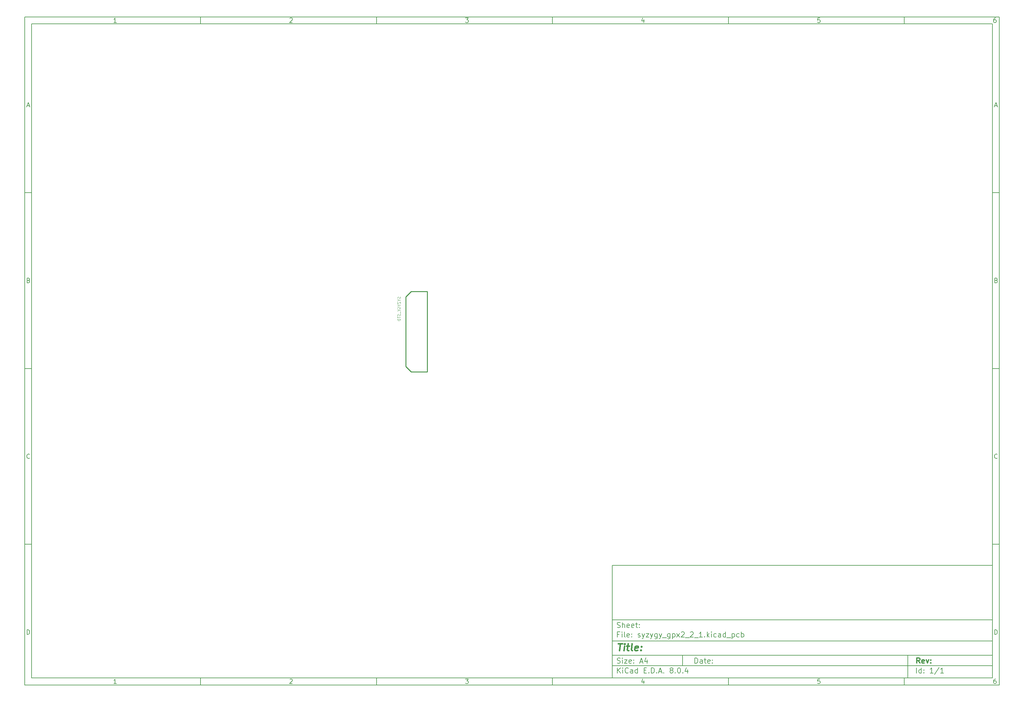
<source format=gbr>
%TF.GenerationSoftware,KiCad,Pcbnew,8.0.4*%
%TF.CreationDate,2025-07-14T14:52:46+02:00*%
%TF.ProjectId,syzygy_gpx2_2_1,73797a79-6779-45f6-9770-78325f325f31,rev?*%
%TF.SameCoordinates,Original*%
%TF.FileFunction,AssemblyDrawing,Bot*%
%FSLAX46Y46*%
G04 Gerber Fmt 4.6, Leading zero omitted, Abs format (unit mm)*
G04 Created by KiCad (PCBNEW 8.0.4) date 2025-07-14 14:52:46*
%MOMM*%
%LPD*%
G01*
G04 APERTURE LIST*
%ADD10C,0.100000*%
%ADD11C,0.150000*%
%ADD12C,0.300000*%
%ADD13C,0.400000*%
%ADD14C,0.015000*%
%ADD15C,0.254000*%
G04 APERTURE END LIST*
D10*
D11*
X177002200Y-166007200D02*
X285002200Y-166007200D01*
X285002200Y-198007200D01*
X177002200Y-198007200D01*
X177002200Y-166007200D01*
D10*
D11*
X10000000Y-10000000D02*
X287002200Y-10000000D01*
X287002200Y-200007200D01*
X10000000Y-200007200D01*
X10000000Y-10000000D01*
D10*
D11*
X12000000Y-12000000D02*
X285002200Y-12000000D01*
X285002200Y-198007200D01*
X12000000Y-198007200D01*
X12000000Y-12000000D01*
D10*
D11*
X60000000Y-12000000D02*
X60000000Y-10000000D01*
D10*
D11*
X110000000Y-12000000D02*
X110000000Y-10000000D01*
D10*
D11*
X160000000Y-12000000D02*
X160000000Y-10000000D01*
D10*
D11*
X210000000Y-12000000D02*
X210000000Y-10000000D01*
D10*
D11*
X260000000Y-12000000D02*
X260000000Y-10000000D01*
D10*
D11*
X36089160Y-11593604D02*
X35346303Y-11593604D01*
X35717731Y-11593604D02*
X35717731Y-10293604D01*
X35717731Y-10293604D02*
X35593922Y-10479319D01*
X35593922Y-10479319D02*
X35470112Y-10603128D01*
X35470112Y-10603128D02*
X35346303Y-10665033D01*
D10*
D11*
X85346303Y-10417414D02*
X85408207Y-10355509D01*
X85408207Y-10355509D02*
X85532017Y-10293604D01*
X85532017Y-10293604D02*
X85841541Y-10293604D01*
X85841541Y-10293604D02*
X85965350Y-10355509D01*
X85965350Y-10355509D02*
X86027255Y-10417414D01*
X86027255Y-10417414D02*
X86089160Y-10541223D01*
X86089160Y-10541223D02*
X86089160Y-10665033D01*
X86089160Y-10665033D02*
X86027255Y-10850747D01*
X86027255Y-10850747D02*
X85284398Y-11593604D01*
X85284398Y-11593604D02*
X86089160Y-11593604D01*
D10*
D11*
X135284398Y-10293604D02*
X136089160Y-10293604D01*
X136089160Y-10293604D02*
X135655826Y-10788842D01*
X135655826Y-10788842D02*
X135841541Y-10788842D01*
X135841541Y-10788842D02*
X135965350Y-10850747D01*
X135965350Y-10850747D02*
X136027255Y-10912652D01*
X136027255Y-10912652D02*
X136089160Y-11036461D01*
X136089160Y-11036461D02*
X136089160Y-11345985D01*
X136089160Y-11345985D02*
X136027255Y-11469795D01*
X136027255Y-11469795D02*
X135965350Y-11531700D01*
X135965350Y-11531700D02*
X135841541Y-11593604D01*
X135841541Y-11593604D02*
X135470112Y-11593604D01*
X135470112Y-11593604D02*
X135346303Y-11531700D01*
X135346303Y-11531700D02*
X135284398Y-11469795D01*
D10*
D11*
X185965350Y-10726938D02*
X185965350Y-11593604D01*
X185655826Y-10231700D02*
X185346303Y-11160271D01*
X185346303Y-11160271D02*
X186151064Y-11160271D01*
D10*
D11*
X236027255Y-10293604D02*
X235408207Y-10293604D01*
X235408207Y-10293604D02*
X235346303Y-10912652D01*
X235346303Y-10912652D02*
X235408207Y-10850747D01*
X235408207Y-10850747D02*
X235532017Y-10788842D01*
X235532017Y-10788842D02*
X235841541Y-10788842D01*
X235841541Y-10788842D02*
X235965350Y-10850747D01*
X235965350Y-10850747D02*
X236027255Y-10912652D01*
X236027255Y-10912652D02*
X236089160Y-11036461D01*
X236089160Y-11036461D02*
X236089160Y-11345985D01*
X236089160Y-11345985D02*
X236027255Y-11469795D01*
X236027255Y-11469795D02*
X235965350Y-11531700D01*
X235965350Y-11531700D02*
X235841541Y-11593604D01*
X235841541Y-11593604D02*
X235532017Y-11593604D01*
X235532017Y-11593604D02*
X235408207Y-11531700D01*
X235408207Y-11531700D02*
X235346303Y-11469795D01*
D10*
D11*
X285965350Y-10293604D02*
X285717731Y-10293604D01*
X285717731Y-10293604D02*
X285593922Y-10355509D01*
X285593922Y-10355509D02*
X285532017Y-10417414D01*
X285532017Y-10417414D02*
X285408207Y-10603128D01*
X285408207Y-10603128D02*
X285346303Y-10850747D01*
X285346303Y-10850747D02*
X285346303Y-11345985D01*
X285346303Y-11345985D02*
X285408207Y-11469795D01*
X285408207Y-11469795D02*
X285470112Y-11531700D01*
X285470112Y-11531700D02*
X285593922Y-11593604D01*
X285593922Y-11593604D02*
X285841541Y-11593604D01*
X285841541Y-11593604D02*
X285965350Y-11531700D01*
X285965350Y-11531700D02*
X286027255Y-11469795D01*
X286027255Y-11469795D02*
X286089160Y-11345985D01*
X286089160Y-11345985D02*
X286089160Y-11036461D01*
X286089160Y-11036461D02*
X286027255Y-10912652D01*
X286027255Y-10912652D02*
X285965350Y-10850747D01*
X285965350Y-10850747D02*
X285841541Y-10788842D01*
X285841541Y-10788842D02*
X285593922Y-10788842D01*
X285593922Y-10788842D02*
X285470112Y-10850747D01*
X285470112Y-10850747D02*
X285408207Y-10912652D01*
X285408207Y-10912652D02*
X285346303Y-11036461D01*
D10*
D11*
X60000000Y-198007200D02*
X60000000Y-200007200D01*
D10*
D11*
X110000000Y-198007200D02*
X110000000Y-200007200D01*
D10*
D11*
X160000000Y-198007200D02*
X160000000Y-200007200D01*
D10*
D11*
X210000000Y-198007200D02*
X210000000Y-200007200D01*
D10*
D11*
X260000000Y-198007200D02*
X260000000Y-200007200D01*
D10*
D11*
X36089160Y-199600804D02*
X35346303Y-199600804D01*
X35717731Y-199600804D02*
X35717731Y-198300804D01*
X35717731Y-198300804D02*
X35593922Y-198486519D01*
X35593922Y-198486519D02*
X35470112Y-198610328D01*
X35470112Y-198610328D02*
X35346303Y-198672233D01*
D10*
D11*
X85346303Y-198424614D02*
X85408207Y-198362709D01*
X85408207Y-198362709D02*
X85532017Y-198300804D01*
X85532017Y-198300804D02*
X85841541Y-198300804D01*
X85841541Y-198300804D02*
X85965350Y-198362709D01*
X85965350Y-198362709D02*
X86027255Y-198424614D01*
X86027255Y-198424614D02*
X86089160Y-198548423D01*
X86089160Y-198548423D02*
X86089160Y-198672233D01*
X86089160Y-198672233D02*
X86027255Y-198857947D01*
X86027255Y-198857947D02*
X85284398Y-199600804D01*
X85284398Y-199600804D02*
X86089160Y-199600804D01*
D10*
D11*
X135284398Y-198300804D02*
X136089160Y-198300804D01*
X136089160Y-198300804D02*
X135655826Y-198796042D01*
X135655826Y-198796042D02*
X135841541Y-198796042D01*
X135841541Y-198796042D02*
X135965350Y-198857947D01*
X135965350Y-198857947D02*
X136027255Y-198919852D01*
X136027255Y-198919852D02*
X136089160Y-199043661D01*
X136089160Y-199043661D02*
X136089160Y-199353185D01*
X136089160Y-199353185D02*
X136027255Y-199476995D01*
X136027255Y-199476995D02*
X135965350Y-199538900D01*
X135965350Y-199538900D02*
X135841541Y-199600804D01*
X135841541Y-199600804D02*
X135470112Y-199600804D01*
X135470112Y-199600804D02*
X135346303Y-199538900D01*
X135346303Y-199538900D02*
X135284398Y-199476995D01*
D10*
D11*
X185965350Y-198734138D02*
X185965350Y-199600804D01*
X185655826Y-198238900D02*
X185346303Y-199167471D01*
X185346303Y-199167471D02*
X186151064Y-199167471D01*
D10*
D11*
X236027255Y-198300804D02*
X235408207Y-198300804D01*
X235408207Y-198300804D02*
X235346303Y-198919852D01*
X235346303Y-198919852D02*
X235408207Y-198857947D01*
X235408207Y-198857947D02*
X235532017Y-198796042D01*
X235532017Y-198796042D02*
X235841541Y-198796042D01*
X235841541Y-198796042D02*
X235965350Y-198857947D01*
X235965350Y-198857947D02*
X236027255Y-198919852D01*
X236027255Y-198919852D02*
X236089160Y-199043661D01*
X236089160Y-199043661D02*
X236089160Y-199353185D01*
X236089160Y-199353185D02*
X236027255Y-199476995D01*
X236027255Y-199476995D02*
X235965350Y-199538900D01*
X235965350Y-199538900D02*
X235841541Y-199600804D01*
X235841541Y-199600804D02*
X235532017Y-199600804D01*
X235532017Y-199600804D02*
X235408207Y-199538900D01*
X235408207Y-199538900D02*
X235346303Y-199476995D01*
D10*
D11*
X285965350Y-198300804D02*
X285717731Y-198300804D01*
X285717731Y-198300804D02*
X285593922Y-198362709D01*
X285593922Y-198362709D02*
X285532017Y-198424614D01*
X285532017Y-198424614D02*
X285408207Y-198610328D01*
X285408207Y-198610328D02*
X285346303Y-198857947D01*
X285346303Y-198857947D02*
X285346303Y-199353185D01*
X285346303Y-199353185D02*
X285408207Y-199476995D01*
X285408207Y-199476995D02*
X285470112Y-199538900D01*
X285470112Y-199538900D02*
X285593922Y-199600804D01*
X285593922Y-199600804D02*
X285841541Y-199600804D01*
X285841541Y-199600804D02*
X285965350Y-199538900D01*
X285965350Y-199538900D02*
X286027255Y-199476995D01*
X286027255Y-199476995D02*
X286089160Y-199353185D01*
X286089160Y-199353185D02*
X286089160Y-199043661D01*
X286089160Y-199043661D02*
X286027255Y-198919852D01*
X286027255Y-198919852D02*
X285965350Y-198857947D01*
X285965350Y-198857947D02*
X285841541Y-198796042D01*
X285841541Y-198796042D02*
X285593922Y-198796042D01*
X285593922Y-198796042D02*
X285470112Y-198857947D01*
X285470112Y-198857947D02*
X285408207Y-198919852D01*
X285408207Y-198919852D02*
X285346303Y-199043661D01*
D10*
D11*
X10000000Y-60000000D02*
X12000000Y-60000000D01*
D10*
D11*
X10000000Y-110000000D02*
X12000000Y-110000000D01*
D10*
D11*
X10000000Y-160000000D02*
X12000000Y-160000000D01*
D10*
D11*
X10690476Y-35222176D02*
X11309523Y-35222176D01*
X10566666Y-35593604D02*
X10999999Y-34293604D01*
X10999999Y-34293604D02*
X11433333Y-35593604D01*
D10*
D11*
X11092857Y-84912652D02*
X11278571Y-84974557D01*
X11278571Y-84974557D02*
X11340476Y-85036461D01*
X11340476Y-85036461D02*
X11402380Y-85160271D01*
X11402380Y-85160271D02*
X11402380Y-85345985D01*
X11402380Y-85345985D02*
X11340476Y-85469795D01*
X11340476Y-85469795D02*
X11278571Y-85531700D01*
X11278571Y-85531700D02*
X11154761Y-85593604D01*
X11154761Y-85593604D02*
X10659523Y-85593604D01*
X10659523Y-85593604D02*
X10659523Y-84293604D01*
X10659523Y-84293604D02*
X11092857Y-84293604D01*
X11092857Y-84293604D02*
X11216666Y-84355509D01*
X11216666Y-84355509D02*
X11278571Y-84417414D01*
X11278571Y-84417414D02*
X11340476Y-84541223D01*
X11340476Y-84541223D02*
X11340476Y-84665033D01*
X11340476Y-84665033D02*
X11278571Y-84788842D01*
X11278571Y-84788842D02*
X11216666Y-84850747D01*
X11216666Y-84850747D02*
X11092857Y-84912652D01*
X11092857Y-84912652D02*
X10659523Y-84912652D01*
D10*
D11*
X11402380Y-135469795D02*
X11340476Y-135531700D01*
X11340476Y-135531700D02*
X11154761Y-135593604D01*
X11154761Y-135593604D02*
X11030952Y-135593604D01*
X11030952Y-135593604D02*
X10845238Y-135531700D01*
X10845238Y-135531700D02*
X10721428Y-135407890D01*
X10721428Y-135407890D02*
X10659523Y-135284080D01*
X10659523Y-135284080D02*
X10597619Y-135036461D01*
X10597619Y-135036461D02*
X10597619Y-134850747D01*
X10597619Y-134850747D02*
X10659523Y-134603128D01*
X10659523Y-134603128D02*
X10721428Y-134479319D01*
X10721428Y-134479319D02*
X10845238Y-134355509D01*
X10845238Y-134355509D02*
X11030952Y-134293604D01*
X11030952Y-134293604D02*
X11154761Y-134293604D01*
X11154761Y-134293604D02*
X11340476Y-134355509D01*
X11340476Y-134355509D02*
X11402380Y-134417414D01*
D10*
D11*
X10659523Y-185593604D02*
X10659523Y-184293604D01*
X10659523Y-184293604D02*
X10969047Y-184293604D01*
X10969047Y-184293604D02*
X11154761Y-184355509D01*
X11154761Y-184355509D02*
X11278571Y-184479319D01*
X11278571Y-184479319D02*
X11340476Y-184603128D01*
X11340476Y-184603128D02*
X11402380Y-184850747D01*
X11402380Y-184850747D02*
X11402380Y-185036461D01*
X11402380Y-185036461D02*
X11340476Y-185284080D01*
X11340476Y-185284080D02*
X11278571Y-185407890D01*
X11278571Y-185407890D02*
X11154761Y-185531700D01*
X11154761Y-185531700D02*
X10969047Y-185593604D01*
X10969047Y-185593604D02*
X10659523Y-185593604D01*
D10*
D11*
X287002200Y-60000000D02*
X285002200Y-60000000D01*
D10*
D11*
X287002200Y-110000000D02*
X285002200Y-110000000D01*
D10*
D11*
X287002200Y-160000000D02*
X285002200Y-160000000D01*
D10*
D11*
X285692676Y-35222176D02*
X286311723Y-35222176D01*
X285568866Y-35593604D02*
X286002199Y-34293604D01*
X286002199Y-34293604D02*
X286435533Y-35593604D01*
D10*
D11*
X286095057Y-84912652D02*
X286280771Y-84974557D01*
X286280771Y-84974557D02*
X286342676Y-85036461D01*
X286342676Y-85036461D02*
X286404580Y-85160271D01*
X286404580Y-85160271D02*
X286404580Y-85345985D01*
X286404580Y-85345985D02*
X286342676Y-85469795D01*
X286342676Y-85469795D02*
X286280771Y-85531700D01*
X286280771Y-85531700D02*
X286156961Y-85593604D01*
X286156961Y-85593604D02*
X285661723Y-85593604D01*
X285661723Y-85593604D02*
X285661723Y-84293604D01*
X285661723Y-84293604D02*
X286095057Y-84293604D01*
X286095057Y-84293604D02*
X286218866Y-84355509D01*
X286218866Y-84355509D02*
X286280771Y-84417414D01*
X286280771Y-84417414D02*
X286342676Y-84541223D01*
X286342676Y-84541223D02*
X286342676Y-84665033D01*
X286342676Y-84665033D02*
X286280771Y-84788842D01*
X286280771Y-84788842D02*
X286218866Y-84850747D01*
X286218866Y-84850747D02*
X286095057Y-84912652D01*
X286095057Y-84912652D02*
X285661723Y-84912652D01*
D10*
D11*
X286404580Y-135469795D02*
X286342676Y-135531700D01*
X286342676Y-135531700D02*
X286156961Y-135593604D01*
X286156961Y-135593604D02*
X286033152Y-135593604D01*
X286033152Y-135593604D02*
X285847438Y-135531700D01*
X285847438Y-135531700D02*
X285723628Y-135407890D01*
X285723628Y-135407890D02*
X285661723Y-135284080D01*
X285661723Y-135284080D02*
X285599819Y-135036461D01*
X285599819Y-135036461D02*
X285599819Y-134850747D01*
X285599819Y-134850747D02*
X285661723Y-134603128D01*
X285661723Y-134603128D02*
X285723628Y-134479319D01*
X285723628Y-134479319D02*
X285847438Y-134355509D01*
X285847438Y-134355509D02*
X286033152Y-134293604D01*
X286033152Y-134293604D02*
X286156961Y-134293604D01*
X286156961Y-134293604D02*
X286342676Y-134355509D01*
X286342676Y-134355509D02*
X286404580Y-134417414D01*
D10*
D11*
X285661723Y-185593604D02*
X285661723Y-184293604D01*
X285661723Y-184293604D02*
X285971247Y-184293604D01*
X285971247Y-184293604D02*
X286156961Y-184355509D01*
X286156961Y-184355509D02*
X286280771Y-184479319D01*
X286280771Y-184479319D02*
X286342676Y-184603128D01*
X286342676Y-184603128D02*
X286404580Y-184850747D01*
X286404580Y-184850747D02*
X286404580Y-185036461D01*
X286404580Y-185036461D02*
X286342676Y-185284080D01*
X286342676Y-185284080D02*
X286280771Y-185407890D01*
X286280771Y-185407890D02*
X286156961Y-185531700D01*
X286156961Y-185531700D02*
X285971247Y-185593604D01*
X285971247Y-185593604D02*
X285661723Y-185593604D01*
D10*
D11*
X200458026Y-193793328D02*
X200458026Y-192293328D01*
X200458026Y-192293328D02*
X200815169Y-192293328D01*
X200815169Y-192293328D02*
X201029455Y-192364757D01*
X201029455Y-192364757D02*
X201172312Y-192507614D01*
X201172312Y-192507614D02*
X201243741Y-192650471D01*
X201243741Y-192650471D02*
X201315169Y-192936185D01*
X201315169Y-192936185D02*
X201315169Y-193150471D01*
X201315169Y-193150471D02*
X201243741Y-193436185D01*
X201243741Y-193436185D02*
X201172312Y-193579042D01*
X201172312Y-193579042D02*
X201029455Y-193721900D01*
X201029455Y-193721900D02*
X200815169Y-193793328D01*
X200815169Y-193793328D02*
X200458026Y-193793328D01*
X202600884Y-193793328D02*
X202600884Y-193007614D01*
X202600884Y-193007614D02*
X202529455Y-192864757D01*
X202529455Y-192864757D02*
X202386598Y-192793328D01*
X202386598Y-192793328D02*
X202100884Y-192793328D01*
X202100884Y-192793328D02*
X201958026Y-192864757D01*
X202600884Y-193721900D02*
X202458026Y-193793328D01*
X202458026Y-193793328D02*
X202100884Y-193793328D01*
X202100884Y-193793328D02*
X201958026Y-193721900D01*
X201958026Y-193721900D02*
X201886598Y-193579042D01*
X201886598Y-193579042D02*
X201886598Y-193436185D01*
X201886598Y-193436185D02*
X201958026Y-193293328D01*
X201958026Y-193293328D02*
X202100884Y-193221900D01*
X202100884Y-193221900D02*
X202458026Y-193221900D01*
X202458026Y-193221900D02*
X202600884Y-193150471D01*
X203100884Y-192793328D02*
X203672312Y-192793328D01*
X203315169Y-192293328D02*
X203315169Y-193579042D01*
X203315169Y-193579042D02*
X203386598Y-193721900D01*
X203386598Y-193721900D02*
X203529455Y-193793328D01*
X203529455Y-193793328D02*
X203672312Y-193793328D01*
X204743741Y-193721900D02*
X204600884Y-193793328D01*
X204600884Y-193793328D02*
X204315170Y-193793328D01*
X204315170Y-193793328D02*
X204172312Y-193721900D01*
X204172312Y-193721900D02*
X204100884Y-193579042D01*
X204100884Y-193579042D02*
X204100884Y-193007614D01*
X204100884Y-193007614D02*
X204172312Y-192864757D01*
X204172312Y-192864757D02*
X204315170Y-192793328D01*
X204315170Y-192793328D02*
X204600884Y-192793328D01*
X204600884Y-192793328D02*
X204743741Y-192864757D01*
X204743741Y-192864757D02*
X204815170Y-193007614D01*
X204815170Y-193007614D02*
X204815170Y-193150471D01*
X204815170Y-193150471D02*
X204100884Y-193293328D01*
X205458026Y-193650471D02*
X205529455Y-193721900D01*
X205529455Y-193721900D02*
X205458026Y-193793328D01*
X205458026Y-193793328D02*
X205386598Y-193721900D01*
X205386598Y-193721900D02*
X205458026Y-193650471D01*
X205458026Y-193650471D02*
X205458026Y-193793328D01*
X205458026Y-192864757D02*
X205529455Y-192936185D01*
X205529455Y-192936185D02*
X205458026Y-193007614D01*
X205458026Y-193007614D02*
X205386598Y-192936185D01*
X205386598Y-192936185D02*
X205458026Y-192864757D01*
X205458026Y-192864757D02*
X205458026Y-193007614D01*
D10*
D11*
X177002200Y-194507200D02*
X285002200Y-194507200D01*
D10*
D11*
X178458026Y-196593328D02*
X178458026Y-195093328D01*
X179315169Y-196593328D02*
X178672312Y-195736185D01*
X179315169Y-195093328D02*
X178458026Y-195950471D01*
X179958026Y-196593328D02*
X179958026Y-195593328D01*
X179958026Y-195093328D02*
X179886598Y-195164757D01*
X179886598Y-195164757D02*
X179958026Y-195236185D01*
X179958026Y-195236185D02*
X180029455Y-195164757D01*
X180029455Y-195164757D02*
X179958026Y-195093328D01*
X179958026Y-195093328D02*
X179958026Y-195236185D01*
X181529455Y-196450471D02*
X181458027Y-196521900D01*
X181458027Y-196521900D02*
X181243741Y-196593328D01*
X181243741Y-196593328D02*
X181100884Y-196593328D01*
X181100884Y-196593328D02*
X180886598Y-196521900D01*
X180886598Y-196521900D02*
X180743741Y-196379042D01*
X180743741Y-196379042D02*
X180672312Y-196236185D01*
X180672312Y-196236185D02*
X180600884Y-195950471D01*
X180600884Y-195950471D02*
X180600884Y-195736185D01*
X180600884Y-195736185D02*
X180672312Y-195450471D01*
X180672312Y-195450471D02*
X180743741Y-195307614D01*
X180743741Y-195307614D02*
X180886598Y-195164757D01*
X180886598Y-195164757D02*
X181100884Y-195093328D01*
X181100884Y-195093328D02*
X181243741Y-195093328D01*
X181243741Y-195093328D02*
X181458027Y-195164757D01*
X181458027Y-195164757D02*
X181529455Y-195236185D01*
X182815170Y-196593328D02*
X182815170Y-195807614D01*
X182815170Y-195807614D02*
X182743741Y-195664757D01*
X182743741Y-195664757D02*
X182600884Y-195593328D01*
X182600884Y-195593328D02*
X182315170Y-195593328D01*
X182315170Y-195593328D02*
X182172312Y-195664757D01*
X182815170Y-196521900D02*
X182672312Y-196593328D01*
X182672312Y-196593328D02*
X182315170Y-196593328D01*
X182315170Y-196593328D02*
X182172312Y-196521900D01*
X182172312Y-196521900D02*
X182100884Y-196379042D01*
X182100884Y-196379042D02*
X182100884Y-196236185D01*
X182100884Y-196236185D02*
X182172312Y-196093328D01*
X182172312Y-196093328D02*
X182315170Y-196021900D01*
X182315170Y-196021900D02*
X182672312Y-196021900D01*
X182672312Y-196021900D02*
X182815170Y-195950471D01*
X184172313Y-196593328D02*
X184172313Y-195093328D01*
X184172313Y-196521900D02*
X184029455Y-196593328D01*
X184029455Y-196593328D02*
X183743741Y-196593328D01*
X183743741Y-196593328D02*
X183600884Y-196521900D01*
X183600884Y-196521900D02*
X183529455Y-196450471D01*
X183529455Y-196450471D02*
X183458027Y-196307614D01*
X183458027Y-196307614D02*
X183458027Y-195879042D01*
X183458027Y-195879042D02*
X183529455Y-195736185D01*
X183529455Y-195736185D02*
X183600884Y-195664757D01*
X183600884Y-195664757D02*
X183743741Y-195593328D01*
X183743741Y-195593328D02*
X184029455Y-195593328D01*
X184029455Y-195593328D02*
X184172313Y-195664757D01*
X186029455Y-195807614D02*
X186529455Y-195807614D01*
X186743741Y-196593328D02*
X186029455Y-196593328D01*
X186029455Y-196593328D02*
X186029455Y-195093328D01*
X186029455Y-195093328D02*
X186743741Y-195093328D01*
X187386598Y-196450471D02*
X187458027Y-196521900D01*
X187458027Y-196521900D02*
X187386598Y-196593328D01*
X187386598Y-196593328D02*
X187315170Y-196521900D01*
X187315170Y-196521900D02*
X187386598Y-196450471D01*
X187386598Y-196450471D02*
X187386598Y-196593328D01*
X188100884Y-196593328D02*
X188100884Y-195093328D01*
X188100884Y-195093328D02*
X188458027Y-195093328D01*
X188458027Y-195093328D02*
X188672313Y-195164757D01*
X188672313Y-195164757D02*
X188815170Y-195307614D01*
X188815170Y-195307614D02*
X188886599Y-195450471D01*
X188886599Y-195450471D02*
X188958027Y-195736185D01*
X188958027Y-195736185D02*
X188958027Y-195950471D01*
X188958027Y-195950471D02*
X188886599Y-196236185D01*
X188886599Y-196236185D02*
X188815170Y-196379042D01*
X188815170Y-196379042D02*
X188672313Y-196521900D01*
X188672313Y-196521900D02*
X188458027Y-196593328D01*
X188458027Y-196593328D02*
X188100884Y-196593328D01*
X189600884Y-196450471D02*
X189672313Y-196521900D01*
X189672313Y-196521900D02*
X189600884Y-196593328D01*
X189600884Y-196593328D02*
X189529456Y-196521900D01*
X189529456Y-196521900D02*
X189600884Y-196450471D01*
X189600884Y-196450471D02*
X189600884Y-196593328D01*
X190243742Y-196164757D02*
X190958028Y-196164757D01*
X190100885Y-196593328D02*
X190600885Y-195093328D01*
X190600885Y-195093328D02*
X191100885Y-196593328D01*
X191600884Y-196450471D02*
X191672313Y-196521900D01*
X191672313Y-196521900D02*
X191600884Y-196593328D01*
X191600884Y-196593328D02*
X191529456Y-196521900D01*
X191529456Y-196521900D02*
X191600884Y-196450471D01*
X191600884Y-196450471D02*
X191600884Y-196593328D01*
X193672313Y-195736185D02*
X193529456Y-195664757D01*
X193529456Y-195664757D02*
X193458027Y-195593328D01*
X193458027Y-195593328D02*
X193386599Y-195450471D01*
X193386599Y-195450471D02*
X193386599Y-195379042D01*
X193386599Y-195379042D02*
X193458027Y-195236185D01*
X193458027Y-195236185D02*
X193529456Y-195164757D01*
X193529456Y-195164757D02*
X193672313Y-195093328D01*
X193672313Y-195093328D02*
X193958027Y-195093328D01*
X193958027Y-195093328D02*
X194100885Y-195164757D01*
X194100885Y-195164757D02*
X194172313Y-195236185D01*
X194172313Y-195236185D02*
X194243742Y-195379042D01*
X194243742Y-195379042D02*
X194243742Y-195450471D01*
X194243742Y-195450471D02*
X194172313Y-195593328D01*
X194172313Y-195593328D02*
X194100885Y-195664757D01*
X194100885Y-195664757D02*
X193958027Y-195736185D01*
X193958027Y-195736185D02*
X193672313Y-195736185D01*
X193672313Y-195736185D02*
X193529456Y-195807614D01*
X193529456Y-195807614D02*
X193458027Y-195879042D01*
X193458027Y-195879042D02*
X193386599Y-196021900D01*
X193386599Y-196021900D02*
X193386599Y-196307614D01*
X193386599Y-196307614D02*
X193458027Y-196450471D01*
X193458027Y-196450471D02*
X193529456Y-196521900D01*
X193529456Y-196521900D02*
X193672313Y-196593328D01*
X193672313Y-196593328D02*
X193958027Y-196593328D01*
X193958027Y-196593328D02*
X194100885Y-196521900D01*
X194100885Y-196521900D02*
X194172313Y-196450471D01*
X194172313Y-196450471D02*
X194243742Y-196307614D01*
X194243742Y-196307614D02*
X194243742Y-196021900D01*
X194243742Y-196021900D02*
X194172313Y-195879042D01*
X194172313Y-195879042D02*
X194100885Y-195807614D01*
X194100885Y-195807614D02*
X193958027Y-195736185D01*
X194886598Y-196450471D02*
X194958027Y-196521900D01*
X194958027Y-196521900D02*
X194886598Y-196593328D01*
X194886598Y-196593328D02*
X194815170Y-196521900D01*
X194815170Y-196521900D02*
X194886598Y-196450471D01*
X194886598Y-196450471D02*
X194886598Y-196593328D01*
X195886599Y-195093328D02*
X196029456Y-195093328D01*
X196029456Y-195093328D02*
X196172313Y-195164757D01*
X196172313Y-195164757D02*
X196243742Y-195236185D01*
X196243742Y-195236185D02*
X196315170Y-195379042D01*
X196315170Y-195379042D02*
X196386599Y-195664757D01*
X196386599Y-195664757D02*
X196386599Y-196021900D01*
X196386599Y-196021900D02*
X196315170Y-196307614D01*
X196315170Y-196307614D02*
X196243742Y-196450471D01*
X196243742Y-196450471D02*
X196172313Y-196521900D01*
X196172313Y-196521900D02*
X196029456Y-196593328D01*
X196029456Y-196593328D02*
X195886599Y-196593328D01*
X195886599Y-196593328D02*
X195743742Y-196521900D01*
X195743742Y-196521900D02*
X195672313Y-196450471D01*
X195672313Y-196450471D02*
X195600884Y-196307614D01*
X195600884Y-196307614D02*
X195529456Y-196021900D01*
X195529456Y-196021900D02*
X195529456Y-195664757D01*
X195529456Y-195664757D02*
X195600884Y-195379042D01*
X195600884Y-195379042D02*
X195672313Y-195236185D01*
X195672313Y-195236185D02*
X195743742Y-195164757D01*
X195743742Y-195164757D02*
X195886599Y-195093328D01*
X197029455Y-196450471D02*
X197100884Y-196521900D01*
X197100884Y-196521900D02*
X197029455Y-196593328D01*
X197029455Y-196593328D02*
X196958027Y-196521900D01*
X196958027Y-196521900D02*
X197029455Y-196450471D01*
X197029455Y-196450471D02*
X197029455Y-196593328D01*
X198386599Y-195593328D02*
X198386599Y-196593328D01*
X198029456Y-195021900D02*
X197672313Y-196093328D01*
X197672313Y-196093328D02*
X198600884Y-196093328D01*
D10*
D11*
X177002200Y-191507200D02*
X285002200Y-191507200D01*
D10*
D12*
X264413853Y-193785528D02*
X263913853Y-193071242D01*
X263556710Y-193785528D02*
X263556710Y-192285528D01*
X263556710Y-192285528D02*
X264128139Y-192285528D01*
X264128139Y-192285528D02*
X264270996Y-192356957D01*
X264270996Y-192356957D02*
X264342425Y-192428385D01*
X264342425Y-192428385D02*
X264413853Y-192571242D01*
X264413853Y-192571242D02*
X264413853Y-192785528D01*
X264413853Y-192785528D02*
X264342425Y-192928385D01*
X264342425Y-192928385D02*
X264270996Y-192999814D01*
X264270996Y-192999814D02*
X264128139Y-193071242D01*
X264128139Y-193071242D02*
X263556710Y-193071242D01*
X265628139Y-193714100D02*
X265485282Y-193785528D01*
X265485282Y-193785528D02*
X265199568Y-193785528D01*
X265199568Y-193785528D02*
X265056710Y-193714100D01*
X265056710Y-193714100D02*
X264985282Y-193571242D01*
X264985282Y-193571242D02*
X264985282Y-192999814D01*
X264985282Y-192999814D02*
X265056710Y-192856957D01*
X265056710Y-192856957D02*
X265199568Y-192785528D01*
X265199568Y-192785528D02*
X265485282Y-192785528D01*
X265485282Y-192785528D02*
X265628139Y-192856957D01*
X265628139Y-192856957D02*
X265699568Y-192999814D01*
X265699568Y-192999814D02*
X265699568Y-193142671D01*
X265699568Y-193142671D02*
X264985282Y-193285528D01*
X266199567Y-192785528D02*
X266556710Y-193785528D01*
X266556710Y-193785528D02*
X266913853Y-192785528D01*
X267485281Y-193642671D02*
X267556710Y-193714100D01*
X267556710Y-193714100D02*
X267485281Y-193785528D01*
X267485281Y-193785528D02*
X267413853Y-193714100D01*
X267413853Y-193714100D02*
X267485281Y-193642671D01*
X267485281Y-193642671D02*
X267485281Y-193785528D01*
X267485281Y-192856957D02*
X267556710Y-192928385D01*
X267556710Y-192928385D02*
X267485281Y-192999814D01*
X267485281Y-192999814D02*
X267413853Y-192928385D01*
X267413853Y-192928385D02*
X267485281Y-192856957D01*
X267485281Y-192856957D02*
X267485281Y-192999814D01*
D10*
D11*
X178386598Y-193721900D02*
X178600884Y-193793328D01*
X178600884Y-193793328D02*
X178958026Y-193793328D01*
X178958026Y-193793328D02*
X179100884Y-193721900D01*
X179100884Y-193721900D02*
X179172312Y-193650471D01*
X179172312Y-193650471D02*
X179243741Y-193507614D01*
X179243741Y-193507614D02*
X179243741Y-193364757D01*
X179243741Y-193364757D02*
X179172312Y-193221900D01*
X179172312Y-193221900D02*
X179100884Y-193150471D01*
X179100884Y-193150471D02*
X178958026Y-193079042D01*
X178958026Y-193079042D02*
X178672312Y-193007614D01*
X178672312Y-193007614D02*
X178529455Y-192936185D01*
X178529455Y-192936185D02*
X178458026Y-192864757D01*
X178458026Y-192864757D02*
X178386598Y-192721900D01*
X178386598Y-192721900D02*
X178386598Y-192579042D01*
X178386598Y-192579042D02*
X178458026Y-192436185D01*
X178458026Y-192436185D02*
X178529455Y-192364757D01*
X178529455Y-192364757D02*
X178672312Y-192293328D01*
X178672312Y-192293328D02*
X179029455Y-192293328D01*
X179029455Y-192293328D02*
X179243741Y-192364757D01*
X179886597Y-193793328D02*
X179886597Y-192793328D01*
X179886597Y-192293328D02*
X179815169Y-192364757D01*
X179815169Y-192364757D02*
X179886597Y-192436185D01*
X179886597Y-192436185D02*
X179958026Y-192364757D01*
X179958026Y-192364757D02*
X179886597Y-192293328D01*
X179886597Y-192293328D02*
X179886597Y-192436185D01*
X180458026Y-192793328D02*
X181243741Y-192793328D01*
X181243741Y-192793328D02*
X180458026Y-193793328D01*
X180458026Y-193793328D02*
X181243741Y-193793328D01*
X182386598Y-193721900D02*
X182243741Y-193793328D01*
X182243741Y-193793328D02*
X181958027Y-193793328D01*
X181958027Y-193793328D02*
X181815169Y-193721900D01*
X181815169Y-193721900D02*
X181743741Y-193579042D01*
X181743741Y-193579042D02*
X181743741Y-193007614D01*
X181743741Y-193007614D02*
X181815169Y-192864757D01*
X181815169Y-192864757D02*
X181958027Y-192793328D01*
X181958027Y-192793328D02*
X182243741Y-192793328D01*
X182243741Y-192793328D02*
X182386598Y-192864757D01*
X182386598Y-192864757D02*
X182458027Y-193007614D01*
X182458027Y-193007614D02*
X182458027Y-193150471D01*
X182458027Y-193150471D02*
X181743741Y-193293328D01*
X183100883Y-193650471D02*
X183172312Y-193721900D01*
X183172312Y-193721900D02*
X183100883Y-193793328D01*
X183100883Y-193793328D02*
X183029455Y-193721900D01*
X183029455Y-193721900D02*
X183100883Y-193650471D01*
X183100883Y-193650471D02*
X183100883Y-193793328D01*
X183100883Y-192864757D02*
X183172312Y-192936185D01*
X183172312Y-192936185D02*
X183100883Y-193007614D01*
X183100883Y-193007614D02*
X183029455Y-192936185D01*
X183029455Y-192936185D02*
X183100883Y-192864757D01*
X183100883Y-192864757D02*
X183100883Y-193007614D01*
X184886598Y-193364757D02*
X185600884Y-193364757D01*
X184743741Y-193793328D02*
X185243741Y-192293328D01*
X185243741Y-192293328D02*
X185743741Y-193793328D01*
X186886598Y-192793328D02*
X186886598Y-193793328D01*
X186529455Y-192221900D02*
X186172312Y-193293328D01*
X186172312Y-193293328D02*
X187100883Y-193293328D01*
D10*
D11*
X263458026Y-196593328D02*
X263458026Y-195093328D01*
X264815170Y-196593328D02*
X264815170Y-195093328D01*
X264815170Y-196521900D02*
X264672312Y-196593328D01*
X264672312Y-196593328D02*
X264386598Y-196593328D01*
X264386598Y-196593328D02*
X264243741Y-196521900D01*
X264243741Y-196521900D02*
X264172312Y-196450471D01*
X264172312Y-196450471D02*
X264100884Y-196307614D01*
X264100884Y-196307614D02*
X264100884Y-195879042D01*
X264100884Y-195879042D02*
X264172312Y-195736185D01*
X264172312Y-195736185D02*
X264243741Y-195664757D01*
X264243741Y-195664757D02*
X264386598Y-195593328D01*
X264386598Y-195593328D02*
X264672312Y-195593328D01*
X264672312Y-195593328D02*
X264815170Y-195664757D01*
X265529455Y-196450471D02*
X265600884Y-196521900D01*
X265600884Y-196521900D02*
X265529455Y-196593328D01*
X265529455Y-196593328D02*
X265458027Y-196521900D01*
X265458027Y-196521900D02*
X265529455Y-196450471D01*
X265529455Y-196450471D02*
X265529455Y-196593328D01*
X265529455Y-195664757D02*
X265600884Y-195736185D01*
X265600884Y-195736185D02*
X265529455Y-195807614D01*
X265529455Y-195807614D02*
X265458027Y-195736185D01*
X265458027Y-195736185D02*
X265529455Y-195664757D01*
X265529455Y-195664757D02*
X265529455Y-195807614D01*
X268172313Y-196593328D02*
X267315170Y-196593328D01*
X267743741Y-196593328D02*
X267743741Y-195093328D01*
X267743741Y-195093328D02*
X267600884Y-195307614D01*
X267600884Y-195307614D02*
X267458027Y-195450471D01*
X267458027Y-195450471D02*
X267315170Y-195521900D01*
X269886598Y-195021900D02*
X268600884Y-196950471D01*
X271172313Y-196593328D02*
X270315170Y-196593328D01*
X270743741Y-196593328D02*
X270743741Y-195093328D01*
X270743741Y-195093328D02*
X270600884Y-195307614D01*
X270600884Y-195307614D02*
X270458027Y-195450471D01*
X270458027Y-195450471D02*
X270315170Y-195521900D01*
D10*
D11*
X177002200Y-187507200D02*
X285002200Y-187507200D01*
D10*
D13*
X178693928Y-188211638D02*
X179836785Y-188211638D01*
X179015357Y-190211638D02*
X179265357Y-188211638D01*
X180253452Y-190211638D02*
X180420119Y-188878304D01*
X180503452Y-188211638D02*
X180396309Y-188306876D01*
X180396309Y-188306876D02*
X180479643Y-188402114D01*
X180479643Y-188402114D02*
X180586786Y-188306876D01*
X180586786Y-188306876D02*
X180503452Y-188211638D01*
X180503452Y-188211638D02*
X180479643Y-188402114D01*
X181086786Y-188878304D02*
X181848690Y-188878304D01*
X181455833Y-188211638D02*
X181241548Y-189925923D01*
X181241548Y-189925923D02*
X181312976Y-190116400D01*
X181312976Y-190116400D02*
X181491548Y-190211638D01*
X181491548Y-190211638D02*
X181682024Y-190211638D01*
X182634405Y-190211638D02*
X182455833Y-190116400D01*
X182455833Y-190116400D02*
X182384405Y-189925923D01*
X182384405Y-189925923D02*
X182598690Y-188211638D01*
X184170119Y-190116400D02*
X183967738Y-190211638D01*
X183967738Y-190211638D02*
X183586785Y-190211638D01*
X183586785Y-190211638D02*
X183408214Y-190116400D01*
X183408214Y-190116400D02*
X183336785Y-189925923D01*
X183336785Y-189925923D02*
X183432024Y-189164019D01*
X183432024Y-189164019D02*
X183551071Y-188973542D01*
X183551071Y-188973542D02*
X183753452Y-188878304D01*
X183753452Y-188878304D02*
X184134404Y-188878304D01*
X184134404Y-188878304D02*
X184312976Y-188973542D01*
X184312976Y-188973542D02*
X184384404Y-189164019D01*
X184384404Y-189164019D02*
X184360595Y-189354495D01*
X184360595Y-189354495D02*
X183384404Y-189544971D01*
X185134405Y-190021161D02*
X185217738Y-190116400D01*
X185217738Y-190116400D02*
X185110595Y-190211638D01*
X185110595Y-190211638D02*
X185027262Y-190116400D01*
X185027262Y-190116400D02*
X185134405Y-190021161D01*
X185134405Y-190021161D02*
X185110595Y-190211638D01*
X185265357Y-188973542D02*
X185348690Y-189068780D01*
X185348690Y-189068780D02*
X185241548Y-189164019D01*
X185241548Y-189164019D02*
X185158214Y-189068780D01*
X185158214Y-189068780D02*
X185265357Y-188973542D01*
X185265357Y-188973542D02*
X185241548Y-189164019D01*
D10*
D11*
X178958026Y-185607614D02*
X178458026Y-185607614D01*
X178458026Y-186393328D02*
X178458026Y-184893328D01*
X178458026Y-184893328D02*
X179172312Y-184893328D01*
X179743740Y-186393328D02*
X179743740Y-185393328D01*
X179743740Y-184893328D02*
X179672312Y-184964757D01*
X179672312Y-184964757D02*
X179743740Y-185036185D01*
X179743740Y-185036185D02*
X179815169Y-184964757D01*
X179815169Y-184964757D02*
X179743740Y-184893328D01*
X179743740Y-184893328D02*
X179743740Y-185036185D01*
X180672312Y-186393328D02*
X180529455Y-186321900D01*
X180529455Y-186321900D02*
X180458026Y-186179042D01*
X180458026Y-186179042D02*
X180458026Y-184893328D01*
X181815169Y-186321900D02*
X181672312Y-186393328D01*
X181672312Y-186393328D02*
X181386598Y-186393328D01*
X181386598Y-186393328D02*
X181243740Y-186321900D01*
X181243740Y-186321900D02*
X181172312Y-186179042D01*
X181172312Y-186179042D02*
X181172312Y-185607614D01*
X181172312Y-185607614D02*
X181243740Y-185464757D01*
X181243740Y-185464757D02*
X181386598Y-185393328D01*
X181386598Y-185393328D02*
X181672312Y-185393328D01*
X181672312Y-185393328D02*
X181815169Y-185464757D01*
X181815169Y-185464757D02*
X181886598Y-185607614D01*
X181886598Y-185607614D02*
X181886598Y-185750471D01*
X181886598Y-185750471D02*
X181172312Y-185893328D01*
X182529454Y-186250471D02*
X182600883Y-186321900D01*
X182600883Y-186321900D02*
X182529454Y-186393328D01*
X182529454Y-186393328D02*
X182458026Y-186321900D01*
X182458026Y-186321900D02*
X182529454Y-186250471D01*
X182529454Y-186250471D02*
X182529454Y-186393328D01*
X182529454Y-185464757D02*
X182600883Y-185536185D01*
X182600883Y-185536185D02*
X182529454Y-185607614D01*
X182529454Y-185607614D02*
X182458026Y-185536185D01*
X182458026Y-185536185D02*
X182529454Y-185464757D01*
X182529454Y-185464757D02*
X182529454Y-185607614D01*
X184315169Y-186321900D02*
X184458026Y-186393328D01*
X184458026Y-186393328D02*
X184743740Y-186393328D01*
X184743740Y-186393328D02*
X184886597Y-186321900D01*
X184886597Y-186321900D02*
X184958026Y-186179042D01*
X184958026Y-186179042D02*
X184958026Y-186107614D01*
X184958026Y-186107614D02*
X184886597Y-185964757D01*
X184886597Y-185964757D02*
X184743740Y-185893328D01*
X184743740Y-185893328D02*
X184529455Y-185893328D01*
X184529455Y-185893328D02*
X184386597Y-185821900D01*
X184386597Y-185821900D02*
X184315169Y-185679042D01*
X184315169Y-185679042D02*
X184315169Y-185607614D01*
X184315169Y-185607614D02*
X184386597Y-185464757D01*
X184386597Y-185464757D02*
X184529455Y-185393328D01*
X184529455Y-185393328D02*
X184743740Y-185393328D01*
X184743740Y-185393328D02*
X184886597Y-185464757D01*
X185458026Y-185393328D02*
X185815169Y-186393328D01*
X186172312Y-185393328D02*
X185815169Y-186393328D01*
X185815169Y-186393328D02*
X185672312Y-186750471D01*
X185672312Y-186750471D02*
X185600883Y-186821900D01*
X185600883Y-186821900D02*
X185458026Y-186893328D01*
X186600883Y-185393328D02*
X187386598Y-185393328D01*
X187386598Y-185393328D02*
X186600883Y-186393328D01*
X186600883Y-186393328D02*
X187386598Y-186393328D01*
X187815169Y-185393328D02*
X188172312Y-186393328D01*
X188529455Y-185393328D02*
X188172312Y-186393328D01*
X188172312Y-186393328D02*
X188029455Y-186750471D01*
X188029455Y-186750471D02*
X187958026Y-186821900D01*
X187958026Y-186821900D02*
X187815169Y-186893328D01*
X189743741Y-185393328D02*
X189743741Y-186607614D01*
X189743741Y-186607614D02*
X189672312Y-186750471D01*
X189672312Y-186750471D02*
X189600883Y-186821900D01*
X189600883Y-186821900D02*
X189458026Y-186893328D01*
X189458026Y-186893328D02*
X189243741Y-186893328D01*
X189243741Y-186893328D02*
X189100883Y-186821900D01*
X189743741Y-186321900D02*
X189600883Y-186393328D01*
X189600883Y-186393328D02*
X189315169Y-186393328D01*
X189315169Y-186393328D02*
X189172312Y-186321900D01*
X189172312Y-186321900D02*
X189100883Y-186250471D01*
X189100883Y-186250471D02*
X189029455Y-186107614D01*
X189029455Y-186107614D02*
X189029455Y-185679042D01*
X189029455Y-185679042D02*
X189100883Y-185536185D01*
X189100883Y-185536185D02*
X189172312Y-185464757D01*
X189172312Y-185464757D02*
X189315169Y-185393328D01*
X189315169Y-185393328D02*
X189600883Y-185393328D01*
X189600883Y-185393328D02*
X189743741Y-185464757D01*
X190315169Y-185393328D02*
X190672312Y-186393328D01*
X191029455Y-185393328D02*
X190672312Y-186393328D01*
X190672312Y-186393328D02*
X190529455Y-186750471D01*
X190529455Y-186750471D02*
X190458026Y-186821900D01*
X190458026Y-186821900D02*
X190315169Y-186893328D01*
X191243741Y-186536185D02*
X192386598Y-186536185D01*
X193386598Y-185393328D02*
X193386598Y-186607614D01*
X193386598Y-186607614D02*
X193315169Y-186750471D01*
X193315169Y-186750471D02*
X193243740Y-186821900D01*
X193243740Y-186821900D02*
X193100883Y-186893328D01*
X193100883Y-186893328D02*
X192886598Y-186893328D01*
X192886598Y-186893328D02*
X192743740Y-186821900D01*
X193386598Y-186321900D02*
X193243740Y-186393328D01*
X193243740Y-186393328D02*
X192958026Y-186393328D01*
X192958026Y-186393328D02*
X192815169Y-186321900D01*
X192815169Y-186321900D02*
X192743740Y-186250471D01*
X192743740Y-186250471D02*
X192672312Y-186107614D01*
X192672312Y-186107614D02*
X192672312Y-185679042D01*
X192672312Y-185679042D02*
X192743740Y-185536185D01*
X192743740Y-185536185D02*
X192815169Y-185464757D01*
X192815169Y-185464757D02*
X192958026Y-185393328D01*
X192958026Y-185393328D02*
X193243740Y-185393328D01*
X193243740Y-185393328D02*
X193386598Y-185464757D01*
X194100883Y-185393328D02*
X194100883Y-186893328D01*
X194100883Y-185464757D02*
X194243741Y-185393328D01*
X194243741Y-185393328D02*
X194529455Y-185393328D01*
X194529455Y-185393328D02*
X194672312Y-185464757D01*
X194672312Y-185464757D02*
X194743741Y-185536185D01*
X194743741Y-185536185D02*
X194815169Y-185679042D01*
X194815169Y-185679042D02*
X194815169Y-186107614D01*
X194815169Y-186107614D02*
X194743741Y-186250471D01*
X194743741Y-186250471D02*
X194672312Y-186321900D01*
X194672312Y-186321900D02*
X194529455Y-186393328D01*
X194529455Y-186393328D02*
X194243741Y-186393328D01*
X194243741Y-186393328D02*
X194100883Y-186321900D01*
X195315169Y-186393328D02*
X196100884Y-185393328D01*
X195315169Y-185393328D02*
X196100884Y-186393328D01*
X196600884Y-185036185D02*
X196672312Y-184964757D01*
X196672312Y-184964757D02*
X196815170Y-184893328D01*
X196815170Y-184893328D02*
X197172312Y-184893328D01*
X197172312Y-184893328D02*
X197315170Y-184964757D01*
X197315170Y-184964757D02*
X197386598Y-185036185D01*
X197386598Y-185036185D02*
X197458027Y-185179042D01*
X197458027Y-185179042D02*
X197458027Y-185321900D01*
X197458027Y-185321900D02*
X197386598Y-185536185D01*
X197386598Y-185536185D02*
X196529455Y-186393328D01*
X196529455Y-186393328D02*
X197458027Y-186393328D01*
X197743741Y-186536185D02*
X198886598Y-186536185D01*
X199172312Y-185036185D02*
X199243740Y-184964757D01*
X199243740Y-184964757D02*
X199386598Y-184893328D01*
X199386598Y-184893328D02*
X199743740Y-184893328D01*
X199743740Y-184893328D02*
X199886598Y-184964757D01*
X199886598Y-184964757D02*
X199958026Y-185036185D01*
X199958026Y-185036185D02*
X200029455Y-185179042D01*
X200029455Y-185179042D02*
X200029455Y-185321900D01*
X200029455Y-185321900D02*
X199958026Y-185536185D01*
X199958026Y-185536185D02*
X199100883Y-186393328D01*
X199100883Y-186393328D02*
X200029455Y-186393328D01*
X200315169Y-186536185D02*
X201458026Y-186536185D01*
X202600883Y-186393328D02*
X201743740Y-186393328D01*
X202172311Y-186393328D02*
X202172311Y-184893328D01*
X202172311Y-184893328D02*
X202029454Y-185107614D01*
X202029454Y-185107614D02*
X201886597Y-185250471D01*
X201886597Y-185250471D02*
X201743740Y-185321900D01*
X203243739Y-186250471D02*
X203315168Y-186321900D01*
X203315168Y-186321900D02*
X203243739Y-186393328D01*
X203243739Y-186393328D02*
X203172311Y-186321900D01*
X203172311Y-186321900D02*
X203243739Y-186250471D01*
X203243739Y-186250471D02*
X203243739Y-186393328D01*
X203958025Y-186393328D02*
X203958025Y-184893328D01*
X204100883Y-185821900D02*
X204529454Y-186393328D01*
X204529454Y-185393328D02*
X203958025Y-185964757D01*
X205172311Y-186393328D02*
X205172311Y-185393328D01*
X205172311Y-184893328D02*
X205100883Y-184964757D01*
X205100883Y-184964757D02*
X205172311Y-185036185D01*
X205172311Y-185036185D02*
X205243740Y-184964757D01*
X205243740Y-184964757D02*
X205172311Y-184893328D01*
X205172311Y-184893328D02*
X205172311Y-185036185D01*
X206529455Y-186321900D02*
X206386597Y-186393328D01*
X206386597Y-186393328D02*
X206100883Y-186393328D01*
X206100883Y-186393328D02*
X205958026Y-186321900D01*
X205958026Y-186321900D02*
X205886597Y-186250471D01*
X205886597Y-186250471D02*
X205815169Y-186107614D01*
X205815169Y-186107614D02*
X205815169Y-185679042D01*
X205815169Y-185679042D02*
X205886597Y-185536185D01*
X205886597Y-185536185D02*
X205958026Y-185464757D01*
X205958026Y-185464757D02*
X206100883Y-185393328D01*
X206100883Y-185393328D02*
X206386597Y-185393328D01*
X206386597Y-185393328D02*
X206529455Y-185464757D01*
X207815169Y-186393328D02*
X207815169Y-185607614D01*
X207815169Y-185607614D02*
X207743740Y-185464757D01*
X207743740Y-185464757D02*
X207600883Y-185393328D01*
X207600883Y-185393328D02*
X207315169Y-185393328D01*
X207315169Y-185393328D02*
X207172311Y-185464757D01*
X207815169Y-186321900D02*
X207672311Y-186393328D01*
X207672311Y-186393328D02*
X207315169Y-186393328D01*
X207315169Y-186393328D02*
X207172311Y-186321900D01*
X207172311Y-186321900D02*
X207100883Y-186179042D01*
X207100883Y-186179042D02*
X207100883Y-186036185D01*
X207100883Y-186036185D02*
X207172311Y-185893328D01*
X207172311Y-185893328D02*
X207315169Y-185821900D01*
X207315169Y-185821900D02*
X207672311Y-185821900D01*
X207672311Y-185821900D02*
X207815169Y-185750471D01*
X209172312Y-186393328D02*
X209172312Y-184893328D01*
X209172312Y-186321900D02*
X209029454Y-186393328D01*
X209029454Y-186393328D02*
X208743740Y-186393328D01*
X208743740Y-186393328D02*
X208600883Y-186321900D01*
X208600883Y-186321900D02*
X208529454Y-186250471D01*
X208529454Y-186250471D02*
X208458026Y-186107614D01*
X208458026Y-186107614D02*
X208458026Y-185679042D01*
X208458026Y-185679042D02*
X208529454Y-185536185D01*
X208529454Y-185536185D02*
X208600883Y-185464757D01*
X208600883Y-185464757D02*
X208743740Y-185393328D01*
X208743740Y-185393328D02*
X209029454Y-185393328D01*
X209029454Y-185393328D02*
X209172312Y-185464757D01*
X209529455Y-186536185D02*
X210672312Y-186536185D01*
X211029454Y-185393328D02*
X211029454Y-186893328D01*
X211029454Y-185464757D02*
X211172312Y-185393328D01*
X211172312Y-185393328D02*
X211458026Y-185393328D01*
X211458026Y-185393328D02*
X211600883Y-185464757D01*
X211600883Y-185464757D02*
X211672312Y-185536185D01*
X211672312Y-185536185D02*
X211743740Y-185679042D01*
X211743740Y-185679042D02*
X211743740Y-186107614D01*
X211743740Y-186107614D02*
X211672312Y-186250471D01*
X211672312Y-186250471D02*
X211600883Y-186321900D01*
X211600883Y-186321900D02*
X211458026Y-186393328D01*
X211458026Y-186393328D02*
X211172312Y-186393328D01*
X211172312Y-186393328D02*
X211029454Y-186321900D01*
X213029455Y-186321900D02*
X212886597Y-186393328D01*
X212886597Y-186393328D02*
X212600883Y-186393328D01*
X212600883Y-186393328D02*
X212458026Y-186321900D01*
X212458026Y-186321900D02*
X212386597Y-186250471D01*
X212386597Y-186250471D02*
X212315169Y-186107614D01*
X212315169Y-186107614D02*
X212315169Y-185679042D01*
X212315169Y-185679042D02*
X212386597Y-185536185D01*
X212386597Y-185536185D02*
X212458026Y-185464757D01*
X212458026Y-185464757D02*
X212600883Y-185393328D01*
X212600883Y-185393328D02*
X212886597Y-185393328D01*
X212886597Y-185393328D02*
X213029455Y-185464757D01*
X213672311Y-186393328D02*
X213672311Y-184893328D01*
X213672311Y-185464757D02*
X213815169Y-185393328D01*
X213815169Y-185393328D02*
X214100883Y-185393328D01*
X214100883Y-185393328D02*
X214243740Y-185464757D01*
X214243740Y-185464757D02*
X214315169Y-185536185D01*
X214315169Y-185536185D02*
X214386597Y-185679042D01*
X214386597Y-185679042D02*
X214386597Y-186107614D01*
X214386597Y-186107614D02*
X214315169Y-186250471D01*
X214315169Y-186250471D02*
X214243740Y-186321900D01*
X214243740Y-186321900D02*
X214100883Y-186393328D01*
X214100883Y-186393328D02*
X213815169Y-186393328D01*
X213815169Y-186393328D02*
X213672311Y-186321900D01*
D10*
D11*
X177002200Y-181507200D02*
X285002200Y-181507200D01*
D10*
D11*
X178386598Y-183621900D02*
X178600884Y-183693328D01*
X178600884Y-183693328D02*
X178958026Y-183693328D01*
X178958026Y-183693328D02*
X179100884Y-183621900D01*
X179100884Y-183621900D02*
X179172312Y-183550471D01*
X179172312Y-183550471D02*
X179243741Y-183407614D01*
X179243741Y-183407614D02*
X179243741Y-183264757D01*
X179243741Y-183264757D02*
X179172312Y-183121900D01*
X179172312Y-183121900D02*
X179100884Y-183050471D01*
X179100884Y-183050471D02*
X178958026Y-182979042D01*
X178958026Y-182979042D02*
X178672312Y-182907614D01*
X178672312Y-182907614D02*
X178529455Y-182836185D01*
X178529455Y-182836185D02*
X178458026Y-182764757D01*
X178458026Y-182764757D02*
X178386598Y-182621900D01*
X178386598Y-182621900D02*
X178386598Y-182479042D01*
X178386598Y-182479042D02*
X178458026Y-182336185D01*
X178458026Y-182336185D02*
X178529455Y-182264757D01*
X178529455Y-182264757D02*
X178672312Y-182193328D01*
X178672312Y-182193328D02*
X179029455Y-182193328D01*
X179029455Y-182193328D02*
X179243741Y-182264757D01*
X179886597Y-183693328D02*
X179886597Y-182193328D01*
X180529455Y-183693328D02*
X180529455Y-182907614D01*
X180529455Y-182907614D02*
X180458026Y-182764757D01*
X180458026Y-182764757D02*
X180315169Y-182693328D01*
X180315169Y-182693328D02*
X180100883Y-182693328D01*
X180100883Y-182693328D02*
X179958026Y-182764757D01*
X179958026Y-182764757D02*
X179886597Y-182836185D01*
X181815169Y-183621900D02*
X181672312Y-183693328D01*
X181672312Y-183693328D02*
X181386598Y-183693328D01*
X181386598Y-183693328D02*
X181243740Y-183621900D01*
X181243740Y-183621900D02*
X181172312Y-183479042D01*
X181172312Y-183479042D02*
X181172312Y-182907614D01*
X181172312Y-182907614D02*
X181243740Y-182764757D01*
X181243740Y-182764757D02*
X181386598Y-182693328D01*
X181386598Y-182693328D02*
X181672312Y-182693328D01*
X181672312Y-182693328D02*
X181815169Y-182764757D01*
X181815169Y-182764757D02*
X181886598Y-182907614D01*
X181886598Y-182907614D02*
X181886598Y-183050471D01*
X181886598Y-183050471D02*
X181172312Y-183193328D01*
X183100883Y-183621900D02*
X182958026Y-183693328D01*
X182958026Y-183693328D02*
X182672312Y-183693328D01*
X182672312Y-183693328D02*
X182529454Y-183621900D01*
X182529454Y-183621900D02*
X182458026Y-183479042D01*
X182458026Y-183479042D02*
X182458026Y-182907614D01*
X182458026Y-182907614D02*
X182529454Y-182764757D01*
X182529454Y-182764757D02*
X182672312Y-182693328D01*
X182672312Y-182693328D02*
X182958026Y-182693328D01*
X182958026Y-182693328D02*
X183100883Y-182764757D01*
X183100883Y-182764757D02*
X183172312Y-182907614D01*
X183172312Y-182907614D02*
X183172312Y-183050471D01*
X183172312Y-183050471D02*
X182458026Y-183193328D01*
X183600883Y-182693328D02*
X184172311Y-182693328D01*
X183815168Y-182193328D02*
X183815168Y-183479042D01*
X183815168Y-183479042D02*
X183886597Y-183621900D01*
X183886597Y-183621900D02*
X184029454Y-183693328D01*
X184029454Y-183693328D02*
X184172311Y-183693328D01*
X184672311Y-183550471D02*
X184743740Y-183621900D01*
X184743740Y-183621900D02*
X184672311Y-183693328D01*
X184672311Y-183693328D02*
X184600883Y-183621900D01*
X184600883Y-183621900D02*
X184672311Y-183550471D01*
X184672311Y-183550471D02*
X184672311Y-183693328D01*
X184672311Y-182764757D02*
X184743740Y-182836185D01*
X184743740Y-182836185D02*
X184672311Y-182907614D01*
X184672311Y-182907614D02*
X184600883Y-182836185D01*
X184600883Y-182836185D02*
X184672311Y-182764757D01*
X184672311Y-182764757D02*
X184672311Y-182907614D01*
D10*
D11*
X197002200Y-191507200D02*
X197002200Y-194507200D01*
D10*
D11*
X261002200Y-191507200D02*
X261002200Y-198007200D01*
D14*
X116707992Y-89620420D02*
X116745487Y-89732906D01*
X116745487Y-89732906D02*
X116745487Y-89920383D01*
X116745487Y-89920383D02*
X116707992Y-89995373D01*
X116707992Y-89995373D02*
X116670496Y-90032869D01*
X116670496Y-90032869D02*
X116595506Y-90070364D01*
X116595506Y-90070364D02*
X116520515Y-90070364D01*
X116520515Y-90070364D02*
X116445524Y-90032869D01*
X116445524Y-90032869D02*
X116408029Y-89995373D01*
X116408029Y-89995373D02*
X116370534Y-89920383D01*
X116370534Y-89920383D02*
X116333038Y-89770401D01*
X116333038Y-89770401D02*
X116295543Y-89695411D01*
X116295543Y-89695411D02*
X116258048Y-89657915D01*
X116258048Y-89657915D02*
X116183057Y-89620420D01*
X116183057Y-89620420D02*
X116108066Y-89620420D01*
X116108066Y-89620420D02*
X116033076Y-89657915D01*
X116033076Y-89657915D02*
X115995580Y-89695411D01*
X115995580Y-89695411D02*
X115958085Y-89770401D01*
X115958085Y-89770401D02*
X115958085Y-89957878D01*
X115958085Y-89957878D02*
X115995580Y-90070364D01*
X116370534Y-90557804D02*
X116745487Y-90557804D01*
X115958085Y-90295336D02*
X116370534Y-90557804D01*
X116370534Y-90557804D02*
X115958085Y-90820271D01*
X115958085Y-91007748D02*
X115958085Y-91532682D01*
X115958085Y-91532682D02*
X116745487Y-91007748D01*
X116745487Y-91007748D02*
X116745487Y-91532682D01*
X116370534Y-91982627D02*
X116745487Y-91982627D01*
X115958085Y-91720159D02*
X116370534Y-91982627D01*
X116370534Y-91982627D02*
X115958085Y-92245094D01*
X115995580Y-92920010D02*
X115958085Y-92845019D01*
X115958085Y-92845019D02*
X115958085Y-92732533D01*
X115958085Y-92732533D02*
X115995580Y-92620047D01*
X115995580Y-92620047D02*
X116070571Y-92545057D01*
X116070571Y-92545057D02*
X116145562Y-92507561D01*
X116145562Y-92507561D02*
X116295543Y-92470066D01*
X116295543Y-92470066D02*
X116408029Y-92470066D01*
X116408029Y-92470066D02*
X116558010Y-92507561D01*
X116558010Y-92507561D02*
X116633001Y-92545057D01*
X116633001Y-92545057D02*
X116707992Y-92620047D01*
X116707992Y-92620047D02*
X116745487Y-92732533D01*
X116745487Y-92732533D02*
X116745487Y-92807524D01*
X116745487Y-92807524D02*
X116707992Y-92920010D01*
X116707992Y-92920010D02*
X116670496Y-92957505D01*
X116670496Y-92957505D02*
X116408029Y-92957505D01*
X116408029Y-92957505D02*
X116408029Y-92807524D01*
X116370534Y-93444945D02*
X116745487Y-93444945D01*
X115958085Y-93182477D02*
X116370534Y-93444945D01*
X116370534Y-93444945D02*
X115958085Y-93707412D01*
X116820478Y-93782403D02*
X116820478Y-94382328D01*
X116707992Y-94532309D02*
X116745487Y-94644795D01*
X116745487Y-94644795D02*
X116745487Y-94832272D01*
X116745487Y-94832272D02*
X116707992Y-94907262D01*
X116707992Y-94907262D02*
X116670496Y-94944758D01*
X116670496Y-94944758D02*
X116595506Y-94982253D01*
X116595506Y-94982253D02*
X116520515Y-94982253D01*
X116520515Y-94982253D02*
X116445524Y-94944758D01*
X116445524Y-94944758D02*
X116408029Y-94907262D01*
X116408029Y-94907262D02*
X116370534Y-94832272D01*
X116370534Y-94832272D02*
X116333038Y-94682290D01*
X116333038Y-94682290D02*
X116295543Y-94607300D01*
X116295543Y-94607300D02*
X116258048Y-94569804D01*
X116258048Y-94569804D02*
X116183057Y-94532309D01*
X116183057Y-94532309D02*
X116108066Y-94532309D01*
X116108066Y-94532309D02*
X116033076Y-94569804D01*
X116033076Y-94569804D02*
X115995580Y-94607300D01*
X115995580Y-94607300D02*
X115958085Y-94682290D01*
X115958085Y-94682290D02*
X115958085Y-94869767D01*
X115958085Y-94869767D02*
X115995580Y-94982253D01*
X115958085Y-95207225D02*
X115958085Y-95657169D01*
X116745487Y-95432197D02*
X115958085Y-95432197D01*
X116745487Y-95919636D02*
X115958085Y-95919636D01*
X115958085Y-95919636D02*
X115958085Y-96107113D01*
X115958085Y-96107113D02*
X115995580Y-96219599D01*
X115995580Y-96219599D02*
X116070571Y-96294590D01*
X116070571Y-96294590D02*
X116145562Y-96332085D01*
X116145562Y-96332085D02*
X116295543Y-96369580D01*
X116295543Y-96369580D02*
X116408029Y-96369580D01*
X116408029Y-96369580D02*
X116558010Y-96332085D01*
X116558010Y-96332085D02*
X116633001Y-96294590D01*
X116633001Y-96294590D02*
X116707992Y-96219599D01*
X116707992Y-96219599D02*
X116745487Y-96107113D01*
X116745487Y-96107113D02*
X116745487Y-95919636D01*
D15*
%TO.C,J15*%
X118334000Y-89563600D02*
X119832000Y-88065000D01*
X118334000Y-109426400D02*
X118334000Y-89563600D01*
X119832000Y-88065000D02*
X124430000Y-88065000D01*
X119832000Y-110925000D02*
X118334000Y-109426400D01*
X124430000Y-88065000D02*
X124430000Y-110925000D01*
X124430000Y-110925000D02*
X119832000Y-110925000D01*
%TD*%
M02*

</source>
